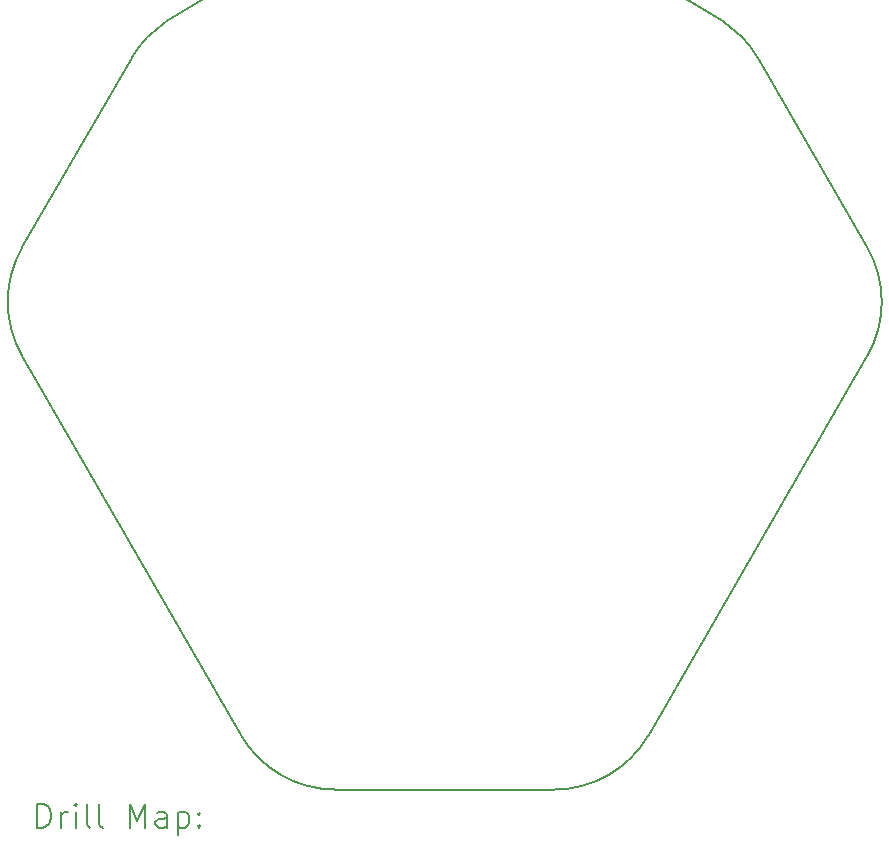
<source format=gbr>
%TF.GenerationSoftware,KiCad,Pcbnew,8.0.4*%
%TF.CreationDate,2025-04-17T01:04:02+02:00*%
%TF.ProjectId,bms_stage_bq40z80,626d735f-7374-4616-9765-5f627134307a,rev?*%
%TF.SameCoordinates,Original*%
%TF.FileFunction,Drillmap*%
%TF.FilePolarity,Positive*%
%FSLAX45Y45*%
G04 Gerber Fmt 4.5, Leading zero omitted, Abs format (unit mm)*
G04 Created by KiCad (PCBNEW 8.0.4) date 2025-04-17 01:04:02*
%MOMM*%
%LPD*%
G01*
G04 APERTURE LIST*
%ADD10C,0.200000*%
G04 APERTURE END LIST*
D10*
X14074999Y-13595187D02*
G75*
G02*
X13273928Y-13132685I1J924997D01*
G01*
X12348925Y-7401244D02*
G75*
G02*
X12643950Y-7089445I801065J-462496D01*
G01*
X18576076Y-9003391D02*
G75*
G02*
X18576075Y-9928391I-801076J-462499D01*
G01*
X11423924Y-9928391D02*
X13273926Y-13132687D01*
X11423924Y-9928391D02*
G75*
G02*
X11423924Y-9003390I801076J462501D01*
G01*
X12643949Y-7089443D02*
G75*
G02*
X17356051Y-7089443I2356051J-3604955D01*
G01*
X17356051Y-7089443D02*
G75*
G02*
X17651074Y-7401243I-506041J-774287D01*
G01*
X16726075Y-13132686D02*
G75*
G02*
X15926290Y-13595183I-801075J462506D01*
G01*
X16726075Y-13132686D02*
X18576076Y-9928391D01*
X12348925Y-7401244D02*
X11423925Y-9003391D01*
X18576076Y-9003391D02*
X17651075Y-7401242D01*
X14074999Y-13595187D02*
X15926290Y-13595187D01*
X11550775Y-13916670D02*
X11550775Y-13716670D01*
X11550775Y-13716670D02*
X11598394Y-13716670D01*
X11598394Y-13716670D02*
X11626965Y-13726194D01*
X11626965Y-13726194D02*
X11646013Y-13745242D01*
X11646013Y-13745242D02*
X11655537Y-13764289D01*
X11655537Y-13764289D02*
X11665060Y-13802385D01*
X11665060Y-13802385D02*
X11665060Y-13830956D01*
X11665060Y-13830956D02*
X11655537Y-13869051D01*
X11655537Y-13869051D02*
X11646013Y-13888099D01*
X11646013Y-13888099D02*
X11626965Y-13907147D01*
X11626965Y-13907147D02*
X11598394Y-13916670D01*
X11598394Y-13916670D02*
X11550775Y-13916670D01*
X11750775Y-13916670D02*
X11750775Y-13783337D01*
X11750775Y-13821432D02*
X11760298Y-13802385D01*
X11760298Y-13802385D02*
X11769822Y-13792861D01*
X11769822Y-13792861D02*
X11788870Y-13783337D01*
X11788870Y-13783337D02*
X11807918Y-13783337D01*
X11874584Y-13916670D02*
X11874584Y-13783337D01*
X11874584Y-13716670D02*
X11865060Y-13726194D01*
X11865060Y-13726194D02*
X11874584Y-13735718D01*
X11874584Y-13735718D02*
X11884108Y-13726194D01*
X11884108Y-13726194D02*
X11874584Y-13716670D01*
X11874584Y-13716670D02*
X11874584Y-13735718D01*
X11998394Y-13916670D02*
X11979346Y-13907147D01*
X11979346Y-13907147D02*
X11969822Y-13888099D01*
X11969822Y-13888099D02*
X11969822Y-13716670D01*
X12103156Y-13916670D02*
X12084108Y-13907147D01*
X12084108Y-13907147D02*
X12074584Y-13888099D01*
X12074584Y-13888099D02*
X12074584Y-13716670D01*
X12331727Y-13916670D02*
X12331727Y-13716670D01*
X12331727Y-13716670D02*
X12398394Y-13859528D01*
X12398394Y-13859528D02*
X12465060Y-13716670D01*
X12465060Y-13716670D02*
X12465060Y-13916670D01*
X12646013Y-13916670D02*
X12646013Y-13811909D01*
X12646013Y-13811909D02*
X12636489Y-13792861D01*
X12636489Y-13792861D02*
X12617441Y-13783337D01*
X12617441Y-13783337D02*
X12579346Y-13783337D01*
X12579346Y-13783337D02*
X12560298Y-13792861D01*
X12646013Y-13907147D02*
X12626965Y-13916670D01*
X12626965Y-13916670D02*
X12579346Y-13916670D01*
X12579346Y-13916670D02*
X12560298Y-13907147D01*
X12560298Y-13907147D02*
X12550775Y-13888099D01*
X12550775Y-13888099D02*
X12550775Y-13869051D01*
X12550775Y-13869051D02*
X12560298Y-13850004D01*
X12560298Y-13850004D02*
X12579346Y-13840480D01*
X12579346Y-13840480D02*
X12626965Y-13840480D01*
X12626965Y-13840480D02*
X12646013Y-13830956D01*
X12741251Y-13783337D02*
X12741251Y-13983337D01*
X12741251Y-13792861D02*
X12760298Y-13783337D01*
X12760298Y-13783337D02*
X12798394Y-13783337D01*
X12798394Y-13783337D02*
X12817441Y-13792861D01*
X12817441Y-13792861D02*
X12826965Y-13802385D01*
X12826965Y-13802385D02*
X12836489Y-13821432D01*
X12836489Y-13821432D02*
X12836489Y-13878575D01*
X12836489Y-13878575D02*
X12826965Y-13897623D01*
X12826965Y-13897623D02*
X12817441Y-13907147D01*
X12817441Y-13907147D02*
X12798394Y-13916670D01*
X12798394Y-13916670D02*
X12760298Y-13916670D01*
X12760298Y-13916670D02*
X12741251Y-13907147D01*
X12922203Y-13897623D02*
X12931727Y-13907147D01*
X12931727Y-13907147D02*
X12922203Y-13916670D01*
X12922203Y-13916670D02*
X12912679Y-13907147D01*
X12912679Y-13907147D02*
X12922203Y-13897623D01*
X12922203Y-13897623D02*
X12922203Y-13916670D01*
X12922203Y-13792861D02*
X12931727Y-13802385D01*
X12931727Y-13802385D02*
X12922203Y-13811909D01*
X12922203Y-13811909D02*
X12912679Y-13802385D01*
X12912679Y-13802385D02*
X12922203Y-13792861D01*
X12922203Y-13792861D02*
X12922203Y-13811909D01*
M02*

</source>
